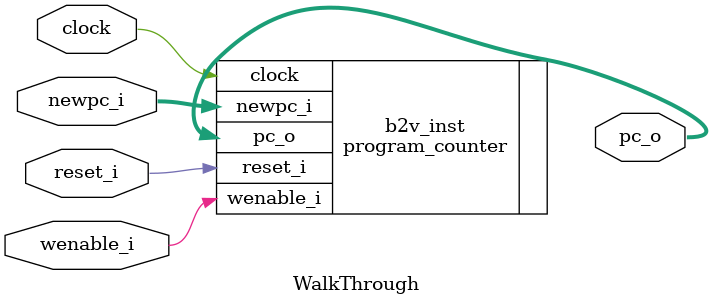
<source format=v>


module WalkThrough(
	clock,
	wenable_i,
	reset_i,
	newpc_i,
	pc_o
);


input wire	clock;
input wire	wenable_i;
input wire	reset_i;
input wire	[7:0] newpc_i;
output wire	[7:0] pc_o;






program_counter	b2v_inst(
	.clock(clock),
	.wenable_i(wenable_i),
	.reset_i(reset_i),
	.newpc_i(newpc_i),
	.pc_o(pc_o));


endmodule

</source>
